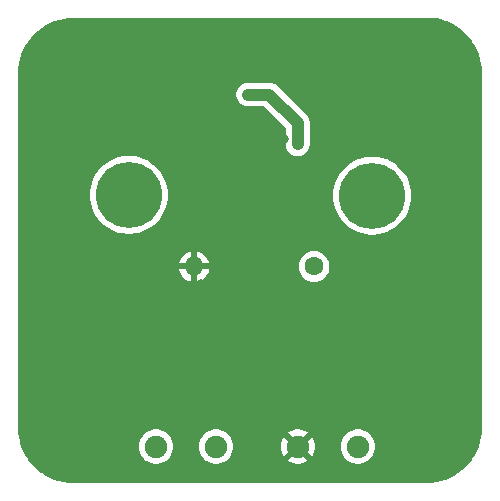
<source format=gbr>
%TF.GenerationSoftware,KiCad,Pcbnew,8.0.2*%
%TF.CreationDate,2024-12-27T17:59:50+11:00*%
%TF.ProjectId,Shutter-TestPlatform,53687574-7465-4722-9d54-657374506c61,rev?*%
%TF.SameCoordinates,Original*%
%TF.FileFunction,Copper,L2,Bot*%
%TF.FilePolarity,Positive*%
%FSLAX46Y46*%
G04 Gerber Fmt 4.6, Leading zero omitted, Abs format (unit mm)*
G04 Created by KiCad (PCBNEW 8.0.2) date 2024-12-27 17:59:50*
%MOMM*%
%LPD*%
G01*
G04 APERTURE LIST*
%TA.AperFunction,ComponentPad*%
%ADD10C,1.600000*%
%TD*%
%TA.AperFunction,ComponentPad*%
%ADD11O,1.600000X1.600000*%
%TD*%
%TA.AperFunction,ComponentPad*%
%ADD12C,5.600000*%
%TD*%
%TA.AperFunction,ComponentPad*%
%ADD13C,1.905000*%
%TD*%
%TA.AperFunction,ViaPad*%
%ADD14C,0.800000*%
%TD*%
%TA.AperFunction,Conductor*%
%ADD15C,1.000000*%
%TD*%
G04 APERTURE END LIST*
D10*
%TO.P,R9,1*%
%TO.N,/MOTOR_{IN}*%
X170580000Y-81750000D03*
D11*
%TO.P,R9,2*%
%TO.N,GND*%
X160420000Y-81750000D03*
%TD*%
D12*
%TO.P,H1,1,1*%
%TO.N,unconnected-(H1-Pad1)*%
X154900000Y-75700000D03*
%TD*%
D13*
%TO.P,J2,1,Pin_1*%
%TO.N,GND*%
X169210000Y-97000000D03*
%TO.P,J2,2*%
%TO.N,N/C*%
X174290000Y-97000000D03*
%TD*%
D12*
%TO.P,H2,1,1*%
%TO.N,unconnected-(H2-Pad1)*%
X175500000Y-75750000D03*
%TD*%
D13*
%TO.P,J1,1,Pin_1*%
%TO.N,/MOTOR_{IN}*%
X157210000Y-97000000D03*
%TO.P,J1,2*%
%TO.N,N/C*%
X162290000Y-97000000D03*
%TD*%
D14*
%TO.N,GND*%
X161000000Y-83250000D03*
X169800000Y-77450000D03*
X149750000Y-81650000D03*
X160750000Y-71250462D03*
X163500000Y-78500000D03*
X170400000Y-94790000D03*
X168000000Y-71000000D03*
%TO.N,/+5V*%
X165000000Y-67200000D03*
X169200000Y-71400000D03*
%TD*%
D15*
%TO.N,/+5V*%
X169200000Y-69600000D02*
X166800000Y-67200000D01*
X169200000Y-71400000D02*
X169200000Y-69600000D01*
X166800000Y-67200000D02*
X165000000Y-67200000D01*
%TD*%
%TA.AperFunction,Conductor*%
%TO.N,GND*%
G36*
X180188216Y-60675064D02*
G01*
X180586597Y-60695392D01*
X180597400Y-60696419D01*
X180990418Y-60751291D01*
X181001080Y-60753259D01*
X181364117Y-60836905D01*
X181387758Y-60842352D01*
X181398239Y-60845256D01*
X181775627Y-60967889D01*
X181785801Y-60971697D01*
X181814546Y-60983915D01*
X182150975Y-61126919D01*
X182160787Y-61131608D01*
X182510962Y-61318234D01*
X182520316Y-61323758D01*
X182563384Y-61351815D01*
X182852799Y-61540356D01*
X182861642Y-61546686D01*
X183173857Y-61791574D01*
X183182112Y-61798655D01*
X183471666Y-62069958D01*
X183479269Y-62077735D01*
X183743944Y-62373373D01*
X183750836Y-62381787D01*
X183988579Y-62699468D01*
X183994707Y-62708452D01*
X184203706Y-63045754D01*
X184209023Y-63055241D01*
X184387659Y-63409549D01*
X184392125Y-63419466D01*
X184539032Y-63788076D01*
X184542611Y-63798346D01*
X184656650Y-64178396D01*
X184659316Y-64188940D01*
X184739616Y-64577526D01*
X184741348Y-64588263D01*
X184787292Y-64982398D01*
X184788076Y-64993245D01*
X184799432Y-65394322D01*
X184799467Y-65399761D01*
X184798747Y-65446025D01*
X184799500Y-65456644D01*
X184799500Y-95397293D01*
X184799382Y-95402702D01*
X184781853Y-95804181D01*
X184780910Y-95814957D01*
X184728811Y-96210685D01*
X184726933Y-96221339D01*
X184640538Y-96611039D01*
X184637738Y-96621487D01*
X184517713Y-97002159D01*
X184514013Y-97012325D01*
X184361263Y-97381096D01*
X184356691Y-97390900D01*
X184172388Y-97744942D01*
X184166980Y-97754310D01*
X183952511Y-98090959D01*
X183946306Y-98099820D01*
X183703319Y-98416487D01*
X183696365Y-98424774D01*
X183426705Y-98719056D01*
X183419056Y-98726705D01*
X183124774Y-98996365D01*
X183116487Y-99003319D01*
X182799820Y-99246306D01*
X182790959Y-99252511D01*
X182454310Y-99466980D01*
X182444942Y-99472388D01*
X182090900Y-99656691D01*
X182081096Y-99661263D01*
X181712325Y-99814013D01*
X181702159Y-99817713D01*
X181321487Y-99937738D01*
X181311039Y-99940538D01*
X180921339Y-100026933D01*
X180910685Y-100028811D01*
X180514957Y-100080910D01*
X180504181Y-100081853D01*
X180102703Y-100099382D01*
X180097294Y-100099500D01*
X150202706Y-100099500D01*
X150197297Y-100099382D01*
X149795818Y-100081853D01*
X149785042Y-100080910D01*
X149389314Y-100028811D01*
X149378660Y-100026933D01*
X148988960Y-99940538D01*
X148978512Y-99937738D01*
X148597840Y-99817713D01*
X148587674Y-99814013D01*
X148218903Y-99661263D01*
X148209099Y-99656691D01*
X147855057Y-99472388D01*
X147845689Y-99466980D01*
X147509040Y-99252511D01*
X147500179Y-99246306D01*
X147183512Y-99003319D01*
X147175225Y-98996365D01*
X146880943Y-98726705D01*
X146873294Y-98719056D01*
X146603634Y-98424774D01*
X146596680Y-98416487D01*
X146353693Y-98099820D01*
X146347488Y-98090959D01*
X146184783Y-97835564D01*
X146133018Y-97754309D01*
X146127611Y-97744942D01*
X146100925Y-97693679D01*
X145943305Y-97390893D01*
X145938736Y-97381096D01*
X145785982Y-97012315D01*
X145782286Y-97002159D01*
X145781605Y-97000000D01*
X145781603Y-96999994D01*
X155752020Y-96999994D01*
X155752020Y-97000005D01*
X155771904Y-97239972D01*
X155831017Y-97473405D01*
X155927639Y-97693682D01*
X155927745Y-97693922D01*
X156059449Y-97895510D01*
X156222537Y-98072671D01*
X156372974Y-98189760D01*
X156412022Y-98220153D01*
X156412561Y-98220572D01*
X156586325Y-98314608D01*
X156623478Y-98334715D01*
X156624336Y-98335179D01*
X156742598Y-98375778D01*
X156852083Y-98413365D01*
X156852085Y-98413365D01*
X156852087Y-98413366D01*
X157089601Y-98453000D01*
X157089602Y-98453000D01*
X157330398Y-98453000D01*
X157330399Y-98453000D01*
X157567913Y-98413366D01*
X157795664Y-98335179D01*
X158007439Y-98220572D01*
X158197463Y-98072671D01*
X158360551Y-97895510D01*
X158492255Y-97693922D01*
X158588983Y-97473405D01*
X158648095Y-97239976D01*
X158666959Y-97012325D01*
X158667980Y-97000005D01*
X158667980Y-96999994D01*
X160832020Y-96999994D01*
X160832020Y-97000005D01*
X160851904Y-97239972D01*
X160911017Y-97473405D01*
X161007639Y-97693682D01*
X161007745Y-97693922D01*
X161139449Y-97895510D01*
X161302537Y-98072671D01*
X161452974Y-98189760D01*
X161492022Y-98220153D01*
X161492561Y-98220572D01*
X161666325Y-98314608D01*
X161703478Y-98334715D01*
X161704336Y-98335179D01*
X161822598Y-98375778D01*
X161932083Y-98413365D01*
X161932085Y-98413365D01*
X161932087Y-98413366D01*
X162169601Y-98453000D01*
X162169602Y-98453000D01*
X162410398Y-98453000D01*
X162410399Y-98453000D01*
X162647913Y-98413366D01*
X162875664Y-98335179D01*
X163087439Y-98220572D01*
X163277463Y-98072671D01*
X163440551Y-97895510D01*
X163572255Y-97693922D01*
X163668983Y-97473405D01*
X163728095Y-97239976D01*
X163746959Y-97012325D01*
X163747980Y-97000005D01*
X163747980Y-96999994D01*
X167752522Y-96999994D01*
X167752522Y-97000005D01*
X167772399Y-97239889D01*
X167831491Y-97473240D01*
X167928185Y-97693682D01*
X168020880Y-97835563D01*
X168559208Y-97297236D01*
X168576375Y-97338680D01*
X168654623Y-97455786D01*
X168754214Y-97555377D01*
X168871320Y-97633625D01*
X168912761Y-97650790D01*
X168373790Y-98189761D01*
X168373791Y-98189762D01*
X168412832Y-98220149D01*
X168412838Y-98220153D01*
X168624531Y-98334715D01*
X168624545Y-98334721D01*
X168852207Y-98412879D01*
X169089642Y-98452500D01*
X169330358Y-98452500D01*
X169567792Y-98412879D01*
X169795454Y-98334721D01*
X169795468Y-98334715D01*
X170007160Y-98220154D01*
X170007168Y-98220149D01*
X170046207Y-98189762D01*
X170046208Y-98189760D01*
X169507238Y-97650790D01*
X169548680Y-97633625D01*
X169665786Y-97555377D01*
X169765377Y-97455786D01*
X169843625Y-97338680D01*
X169860790Y-97297237D01*
X170399117Y-97835564D01*
X170491815Y-97693679D01*
X170588508Y-97473240D01*
X170647600Y-97239889D01*
X170667478Y-97000005D01*
X170667478Y-96999994D01*
X172832020Y-96999994D01*
X172832020Y-97000005D01*
X172851904Y-97239972D01*
X172911017Y-97473405D01*
X173007639Y-97693682D01*
X173007745Y-97693922D01*
X173139449Y-97895510D01*
X173302537Y-98072671D01*
X173452974Y-98189760D01*
X173492022Y-98220153D01*
X173492561Y-98220572D01*
X173666325Y-98314608D01*
X173703478Y-98334715D01*
X173704336Y-98335179D01*
X173822598Y-98375778D01*
X173932083Y-98413365D01*
X173932085Y-98413365D01*
X173932087Y-98413366D01*
X174169601Y-98453000D01*
X174169602Y-98453000D01*
X174410398Y-98453000D01*
X174410399Y-98453000D01*
X174647913Y-98413366D01*
X174875664Y-98335179D01*
X175087439Y-98220572D01*
X175277463Y-98072671D01*
X175440551Y-97895510D01*
X175572255Y-97693922D01*
X175668983Y-97473405D01*
X175728095Y-97239976D01*
X175746959Y-97012325D01*
X175747980Y-97000005D01*
X175747980Y-96999994D01*
X175728095Y-96760027D01*
X175728095Y-96760024D01*
X175668983Y-96526595D01*
X175572255Y-96306078D01*
X175440551Y-96104490D01*
X175277463Y-95927329D01*
X175119242Y-95804181D01*
X175087441Y-95779429D01*
X174875665Y-95664821D01*
X174875656Y-95664818D01*
X174647916Y-95586634D01*
X174469777Y-95556908D01*
X174410399Y-95547000D01*
X174169601Y-95547000D01*
X174122098Y-95554926D01*
X173932083Y-95586634D01*
X173704343Y-95664818D01*
X173704334Y-95664821D01*
X173492558Y-95779429D01*
X173358456Y-95883805D01*
X173302537Y-95927329D01*
X173302534Y-95927331D01*
X173302534Y-95927332D01*
X173139449Y-96104490D01*
X173007743Y-96306081D01*
X172911017Y-96526594D01*
X172851904Y-96760027D01*
X172832020Y-96999994D01*
X170667478Y-96999994D01*
X170647600Y-96760110D01*
X170588508Y-96526759D01*
X170491815Y-96306320D01*
X170399117Y-96164434D01*
X169860790Y-96702761D01*
X169843625Y-96661320D01*
X169765377Y-96544214D01*
X169665786Y-96444623D01*
X169548680Y-96366375D01*
X169507237Y-96349208D01*
X170046208Y-95810237D01*
X170046208Y-95810236D01*
X170007166Y-95779849D01*
X170007161Y-95779846D01*
X169795468Y-95665284D01*
X169795454Y-95665278D01*
X169567792Y-95587120D01*
X169330358Y-95547500D01*
X169089642Y-95547500D01*
X168852207Y-95587120D01*
X168624545Y-95665278D01*
X168624531Y-95665284D01*
X168412837Y-95779846D01*
X168412826Y-95779853D01*
X168373791Y-95810235D01*
X168373791Y-95810237D01*
X168912762Y-96349208D01*
X168871320Y-96366375D01*
X168754214Y-96444623D01*
X168654623Y-96544214D01*
X168576375Y-96661320D01*
X168559208Y-96702762D01*
X168020881Y-96164435D01*
X167928185Y-96306317D01*
X167831491Y-96526759D01*
X167772399Y-96760110D01*
X167752522Y-96999994D01*
X163747980Y-96999994D01*
X163728095Y-96760027D01*
X163728095Y-96760024D01*
X163668983Y-96526595D01*
X163572255Y-96306078D01*
X163440551Y-96104490D01*
X163277463Y-95927329D01*
X163119242Y-95804181D01*
X163087441Y-95779429D01*
X162875665Y-95664821D01*
X162875656Y-95664818D01*
X162647916Y-95586634D01*
X162469777Y-95556908D01*
X162410399Y-95547000D01*
X162169601Y-95547000D01*
X162122098Y-95554926D01*
X161932083Y-95586634D01*
X161704343Y-95664818D01*
X161704334Y-95664821D01*
X161492558Y-95779429D01*
X161358456Y-95883805D01*
X161302537Y-95927329D01*
X161302534Y-95927331D01*
X161302534Y-95927332D01*
X161139449Y-96104490D01*
X161007743Y-96306081D01*
X160911017Y-96526594D01*
X160851904Y-96760027D01*
X160832020Y-96999994D01*
X158667980Y-96999994D01*
X158648095Y-96760027D01*
X158648095Y-96760024D01*
X158588983Y-96526595D01*
X158492255Y-96306078D01*
X158360551Y-96104490D01*
X158197463Y-95927329D01*
X158039242Y-95804181D01*
X158007441Y-95779429D01*
X157795665Y-95664821D01*
X157795656Y-95664818D01*
X157567916Y-95586634D01*
X157389777Y-95556908D01*
X157330399Y-95547000D01*
X157089601Y-95547000D01*
X157042098Y-95554926D01*
X156852083Y-95586634D01*
X156624343Y-95664818D01*
X156624334Y-95664821D01*
X156412558Y-95779429D01*
X156278456Y-95883805D01*
X156222537Y-95927329D01*
X156222534Y-95927331D01*
X156222534Y-95927332D01*
X156059449Y-96104490D01*
X155927743Y-96306081D01*
X155831017Y-96526594D01*
X155771904Y-96760027D01*
X155752020Y-96999994D01*
X145781603Y-96999994D01*
X145662260Y-96621483D01*
X145659461Y-96611039D01*
X145644646Y-96544214D01*
X145573064Y-96221331D01*
X145571188Y-96210685D01*
X145565099Y-96164434D01*
X145519087Y-95814937D01*
X145518147Y-95804202D01*
X145500618Y-95402702D01*
X145500500Y-95397293D01*
X145500500Y-81499999D01*
X159141127Y-81499999D01*
X159141128Y-81500000D01*
X160104314Y-81500000D01*
X160099920Y-81504394D01*
X160047259Y-81595606D01*
X160020000Y-81697339D01*
X160020000Y-81802661D01*
X160047259Y-81904394D01*
X160099920Y-81995606D01*
X160104314Y-82000000D01*
X159141128Y-82000000D01*
X159193730Y-82196317D01*
X159193734Y-82196326D01*
X159289865Y-82402482D01*
X159420342Y-82588820D01*
X159581179Y-82749657D01*
X159767517Y-82880134D01*
X159973673Y-82976265D01*
X159973682Y-82976269D01*
X160169999Y-83028872D01*
X160170000Y-83028871D01*
X160170000Y-82065686D01*
X160174394Y-82070080D01*
X160265606Y-82122741D01*
X160367339Y-82150000D01*
X160472661Y-82150000D01*
X160574394Y-82122741D01*
X160665606Y-82070080D01*
X160670000Y-82065686D01*
X160670000Y-83028872D01*
X160866317Y-82976269D01*
X160866326Y-82976265D01*
X161072482Y-82880134D01*
X161258820Y-82749657D01*
X161419657Y-82588820D01*
X161550134Y-82402482D01*
X161646265Y-82196326D01*
X161646269Y-82196317D01*
X161698872Y-82000000D01*
X160735686Y-82000000D01*
X160740080Y-81995606D01*
X160792741Y-81904394D01*
X160820000Y-81802661D01*
X160820000Y-81749998D01*
X169274532Y-81749998D01*
X169274532Y-81750001D01*
X169294364Y-81976686D01*
X169294366Y-81976697D01*
X169353258Y-82196488D01*
X169353261Y-82196497D01*
X169449431Y-82402732D01*
X169449432Y-82402734D01*
X169579954Y-82589141D01*
X169740858Y-82750045D01*
X169740861Y-82750047D01*
X169927266Y-82880568D01*
X170133504Y-82976739D01*
X170353308Y-83035635D01*
X170515230Y-83049801D01*
X170579998Y-83055468D01*
X170580000Y-83055468D01*
X170580002Y-83055468D01*
X170636673Y-83050509D01*
X170806692Y-83035635D01*
X171026496Y-82976739D01*
X171232734Y-82880568D01*
X171419139Y-82750047D01*
X171580047Y-82589139D01*
X171710568Y-82402734D01*
X171806739Y-82196496D01*
X171865635Y-81976692D01*
X171885468Y-81750000D01*
X171865635Y-81523308D01*
X171806739Y-81303504D01*
X171710568Y-81097266D01*
X171580047Y-80910861D01*
X171580045Y-80910858D01*
X171419141Y-80749954D01*
X171232734Y-80619432D01*
X171232732Y-80619431D01*
X171026497Y-80523261D01*
X171026488Y-80523258D01*
X170806697Y-80464366D01*
X170806693Y-80464365D01*
X170806692Y-80464365D01*
X170806691Y-80464364D01*
X170806686Y-80464364D01*
X170580002Y-80444532D01*
X170579998Y-80444532D01*
X170353313Y-80464364D01*
X170353302Y-80464366D01*
X170133511Y-80523258D01*
X170133502Y-80523261D01*
X169927267Y-80619431D01*
X169927265Y-80619432D01*
X169740858Y-80749954D01*
X169579954Y-80910858D01*
X169449432Y-81097265D01*
X169449431Y-81097267D01*
X169353261Y-81303502D01*
X169353258Y-81303511D01*
X169294366Y-81523302D01*
X169294364Y-81523313D01*
X169274532Y-81749998D01*
X160820000Y-81749998D01*
X160820000Y-81697339D01*
X160792741Y-81595606D01*
X160740080Y-81504394D01*
X160735686Y-81500000D01*
X161698872Y-81500000D01*
X161698872Y-81499999D01*
X161646269Y-81303682D01*
X161646265Y-81303673D01*
X161550134Y-81097517D01*
X161419657Y-80911179D01*
X161258820Y-80750342D01*
X161072482Y-80619865D01*
X160866328Y-80523734D01*
X160670000Y-80471127D01*
X160670000Y-81434314D01*
X160665606Y-81429920D01*
X160574394Y-81377259D01*
X160472661Y-81350000D01*
X160367339Y-81350000D01*
X160265606Y-81377259D01*
X160174394Y-81429920D01*
X160170000Y-81434314D01*
X160170000Y-80471127D01*
X159973671Y-80523734D01*
X159767517Y-80619865D01*
X159581179Y-80750342D01*
X159420342Y-80911179D01*
X159289865Y-81097517D01*
X159193734Y-81303673D01*
X159193730Y-81303682D01*
X159141127Y-81499999D01*
X145500500Y-81499999D01*
X145500500Y-75699997D01*
X151594652Y-75699997D01*
X151594652Y-75700002D01*
X151614028Y-76057368D01*
X151614029Y-76057385D01*
X151671926Y-76410539D01*
X151671932Y-76410565D01*
X151767672Y-76755392D01*
X151767674Y-76755399D01*
X151900142Y-77087870D01*
X151900151Y-77087888D01*
X152067784Y-77404077D01*
X152067787Y-77404082D01*
X152067789Y-77404085D01*
X152101690Y-77454086D01*
X152268634Y-77700309D01*
X152268641Y-77700319D01*
X152500331Y-77973085D01*
X152500332Y-77973086D01*
X152760163Y-78219211D01*
X153045081Y-78435800D01*
X153351747Y-78620315D01*
X153351749Y-78620316D01*
X153351751Y-78620317D01*
X153351755Y-78620319D01*
X153459825Y-78670317D01*
X153676565Y-78770591D01*
X154015726Y-78884868D01*
X154365254Y-78961805D01*
X154721052Y-79000500D01*
X154721058Y-79000500D01*
X155078942Y-79000500D01*
X155078948Y-79000500D01*
X155434746Y-78961805D01*
X155784274Y-78884868D01*
X156123435Y-78770591D01*
X156448253Y-78620315D01*
X156754919Y-78435800D01*
X157039837Y-78219211D01*
X157299668Y-77973086D01*
X157531365Y-77700311D01*
X157732211Y-77404085D01*
X157899853Y-77087880D01*
X158032324Y-76755403D01*
X158128071Y-76410552D01*
X158177775Y-76107371D01*
X158185970Y-76057385D01*
X158185970Y-76057382D01*
X158185972Y-76057371D01*
X158202637Y-75749997D01*
X172194652Y-75749997D01*
X172194652Y-75750002D01*
X172214028Y-76107368D01*
X172214029Y-76107385D01*
X172271926Y-76460539D01*
X172271932Y-76460565D01*
X172367672Y-76805392D01*
X172367674Y-76805399D01*
X172500142Y-77137870D01*
X172500151Y-77137888D01*
X172667784Y-77454077D01*
X172667787Y-77454082D01*
X172667789Y-77454085D01*
X172834734Y-77700311D01*
X172868634Y-77750309D01*
X172868641Y-77750319D01*
X173100331Y-78023085D01*
X173100332Y-78023086D01*
X173360163Y-78269211D01*
X173645081Y-78485800D01*
X173951747Y-78670315D01*
X173951749Y-78670316D01*
X173951751Y-78670317D01*
X173951755Y-78670319D01*
X174168478Y-78770585D01*
X174276565Y-78820591D01*
X174615726Y-78934868D01*
X174965254Y-79011805D01*
X175321052Y-79050500D01*
X175321058Y-79050500D01*
X175678942Y-79050500D01*
X175678948Y-79050500D01*
X176034746Y-79011805D01*
X176384274Y-78934868D01*
X176723435Y-78820591D01*
X177048253Y-78670315D01*
X177354919Y-78485800D01*
X177639837Y-78269211D01*
X177899668Y-78023086D01*
X178131365Y-77750311D01*
X178332211Y-77454085D01*
X178499853Y-77137880D01*
X178632324Y-76805403D01*
X178728071Y-76460552D01*
X178785972Y-76107371D01*
X178805348Y-75750000D01*
X178785972Y-75392629D01*
X178777775Y-75342631D01*
X178728073Y-75039460D01*
X178728072Y-75039459D01*
X178728071Y-75039448D01*
X178632324Y-74694597D01*
X178499853Y-74362120D01*
X178332211Y-74045915D01*
X178131365Y-73749689D01*
X178131361Y-73749684D01*
X178131358Y-73749680D01*
X177899668Y-73476914D01*
X177639837Y-73230789D01*
X177639830Y-73230783D01*
X177639827Y-73230781D01*
X177572245Y-73179407D01*
X177354919Y-73014200D01*
X177048253Y-72829685D01*
X177048252Y-72829684D01*
X177048248Y-72829682D01*
X177048244Y-72829680D01*
X176723447Y-72679414D01*
X176723441Y-72679411D01*
X176723435Y-72679409D01*
X176553854Y-72622270D01*
X176384273Y-72565131D01*
X176034744Y-72488194D01*
X175678949Y-72449500D01*
X175678948Y-72449500D01*
X175321052Y-72449500D01*
X175321050Y-72449500D01*
X174965255Y-72488194D01*
X174615726Y-72565131D01*
X174424956Y-72629410D01*
X174276565Y-72679409D01*
X174276563Y-72679410D01*
X174276552Y-72679414D01*
X173951755Y-72829680D01*
X173951751Y-72829682D01*
X173728183Y-72964199D01*
X173645081Y-73014200D01*
X173556768Y-73081333D01*
X173360172Y-73230781D01*
X173360163Y-73230789D01*
X173100331Y-73476914D01*
X172868641Y-73749680D01*
X172868634Y-73749690D01*
X172667790Y-74045913D01*
X172667784Y-74045922D01*
X172500151Y-74362111D01*
X172500142Y-74362129D01*
X172367674Y-74694600D01*
X172367672Y-74694607D01*
X172271932Y-75039434D01*
X172271926Y-75039460D01*
X172214029Y-75392614D01*
X172214028Y-75392631D01*
X172194652Y-75749997D01*
X158202637Y-75749997D01*
X158205348Y-75700000D01*
X158185972Y-75342629D01*
X158128071Y-74989448D01*
X158046207Y-74694600D01*
X158032327Y-74644607D01*
X158032325Y-74644600D01*
X157899857Y-74312129D01*
X157899848Y-74312111D01*
X157732215Y-73995922D01*
X157732213Y-73995919D01*
X157732211Y-73995915D01*
X157531365Y-73699689D01*
X157531361Y-73699684D01*
X157531358Y-73699680D01*
X157299668Y-73426914D01*
X157092621Y-73230789D01*
X157039837Y-73180789D01*
X157039830Y-73180783D01*
X157039827Y-73180781D01*
X156972245Y-73129407D01*
X156754919Y-72964200D01*
X156448253Y-72779685D01*
X156448252Y-72779684D01*
X156448248Y-72779682D01*
X156448244Y-72779680D01*
X156123447Y-72629414D01*
X156123441Y-72629411D01*
X156123435Y-72629409D01*
X155932668Y-72565132D01*
X155784273Y-72515131D01*
X155434744Y-72438194D01*
X155078949Y-72399500D01*
X155078948Y-72399500D01*
X154721052Y-72399500D01*
X154721050Y-72399500D01*
X154365255Y-72438194D01*
X154015726Y-72515131D01*
X153759970Y-72601306D01*
X153676565Y-72629409D01*
X153676563Y-72629410D01*
X153676552Y-72629414D01*
X153351755Y-72779680D01*
X153351751Y-72779682D01*
X153268651Y-72829682D01*
X153045081Y-72964200D01*
X152979307Y-73014200D01*
X152760172Y-73180781D01*
X152760163Y-73180789D01*
X152500331Y-73426914D01*
X152268641Y-73699680D01*
X152268634Y-73699690D01*
X152067790Y-73995913D01*
X152067784Y-73995922D01*
X151900151Y-74312111D01*
X151900142Y-74312129D01*
X151767674Y-74644600D01*
X151767672Y-74644607D01*
X151671932Y-74989434D01*
X151671926Y-74989460D01*
X151614029Y-75342614D01*
X151614028Y-75342631D01*
X151594652Y-75699997D01*
X145500500Y-75699997D01*
X145500500Y-67298543D01*
X163999499Y-67298543D01*
X164037947Y-67491829D01*
X164037950Y-67491839D01*
X164113364Y-67673907D01*
X164113371Y-67673920D01*
X164222860Y-67837781D01*
X164222863Y-67837785D01*
X164362214Y-67977136D01*
X164362218Y-67977139D01*
X164526079Y-68086628D01*
X164526092Y-68086635D01*
X164708160Y-68162049D01*
X164708165Y-68162051D01*
X164708169Y-68162051D01*
X164708170Y-68162052D01*
X164901456Y-68200500D01*
X164901459Y-68200500D01*
X166334218Y-68200500D01*
X166401257Y-68220185D01*
X166421899Y-68236819D01*
X168163181Y-69978101D01*
X168196666Y-70039424D01*
X168199500Y-70065782D01*
X168199500Y-71498541D01*
X168199500Y-71498543D01*
X168199499Y-71498543D01*
X168237947Y-71691829D01*
X168237950Y-71691839D01*
X168313364Y-71873907D01*
X168313371Y-71873920D01*
X168422860Y-72037781D01*
X168422863Y-72037785D01*
X168562214Y-72177136D01*
X168562218Y-72177139D01*
X168726079Y-72286628D01*
X168726092Y-72286635D01*
X168908160Y-72362049D01*
X168908165Y-72362051D01*
X168908169Y-72362051D01*
X168908170Y-72362052D01*
X169101456Y-72400500D01*
X169101459Y-72400500D01*
X169298543Y-72400500D01*
X169428582Y-72374632D01*
X169491835Y-72362051D01*
X169673914Y-72286632D01*
X169837782Y-72177139D01*
X169977139Y-72037782D01*
X170086632Y-71873914D01*
X170162051Y-71691835D01*
X170200500Y-71498541D01*
X170200500Y-69704675D01*
X170200501Y-69704654D01*
X170200501Y-69501457D01*
X170200500Y-69501455D01*
X170162053Y-69308172D01*
X170162052Y-69308165D01*
X170086632Y-69126086D01*
X170086631Y-69126085D01*
X170086628Y-69126079D01*
X169977140Y-68962219D01*
X169977137Y-68962215D01*
X167584209Y-66569289D01*
X167584206Y-66569285D01*
X167584206Y-66569286D01*
X167577139Y-66562219D01*
X167577139Y-66562218D01*
X167437782Y-66422861D01*
X167437781Y-66422860D01*
X167437780Y-66422859D01*
X167273920Y-66313371D01*
X167273911Y-66313366D01*
X167201315Y-66283296D01*
X167145165Y-66260038D01*
X167091836Y-66237949D01*
X167091832Y-66237948D01*
X167091828Y-66237946D01*
X166995188Y-66218724D01*
X166898544Y-66199500D01*
X166898541Y-66199500D01*
X164901459Y-66199500D01*
X164901457Y-66199500D01*
X164708170Y-66237947D01*
X164708160Y-66237950D01*
X164526092Y-66313364D01*
X164526079Y-66313371D01*
X164362218Y-66422860D01*
X164362214Y-66422863D01*
X164222863Y-66562214D01*
X164222860Y-66562218D01*
X164113371Y-66726079D01*
X164113364Y-66726092D01*
X164037950Y-66908160D01*
X164037947Y-66908170D01*
X163999500Y-67101456D01*
X163999500Y-67101459D01*
X163999500Y-67298541D01*
X163999500Y-67298543D01*
X163999499Y-67298543D01*
X145500500Y-67298543D01*
X145500500Y-65402706D01*
X145500618Y-65397297D01*
X145502227Y-65360438D01*
X145518147Y-64995795D01*
X145519087Y-64985064D01*
X145571189Y-64589302D01*
X145573063Y-64578672D01*
X145659466Y-64188940D01*
X145662261Y-64178512D01*
X145751783Y-63894585D01*
X145782291Y-63797823D01*
X145785979Y-63787691D01*
X145938742Y-63418888D01*
X145943300Y-63409114D01*
X146127617Y-63055045D01*
X146133012Y-63045700D01*
X146347495Y-62709029D01*
X146353685Y-62700189D01*
X146596687Y-62383503D01*
X146603625Y-62375234D01*
X146873304Y-62080932D01*
X146880932Y-62073304D01*
X147175234Y-61803625D01*
X147183503Y-61796687D01*
X147500189Y-61553685D01*
X147509029Y-61547495D01*
X147845700Y-61333012D01*
X147855045Y-61327617D01*
X148209114Y-61143300D01*
X148218888Y-61138742D01*
X148587691Y-60985979D01*
X148597823Y-60982291D01*
X148978521Y-60862258D01*
X148988950Y-60859463D01*
X149378672Y-60773063D01*
X149389302Y-60771189D01*
X149785064Y-60719087D01*
X149795796Y-60718147D01*
X150197286Y-60700617D01*
X150202695Y-60700500D01*
X150257101Y-60700500D01*
X150257710Y-60700450D01*
X180181848Y-60674904D01*
X180188216Y-60675064D01*
G37*
%TD.AperFunction*%
%TD*%
M02*

</source>
